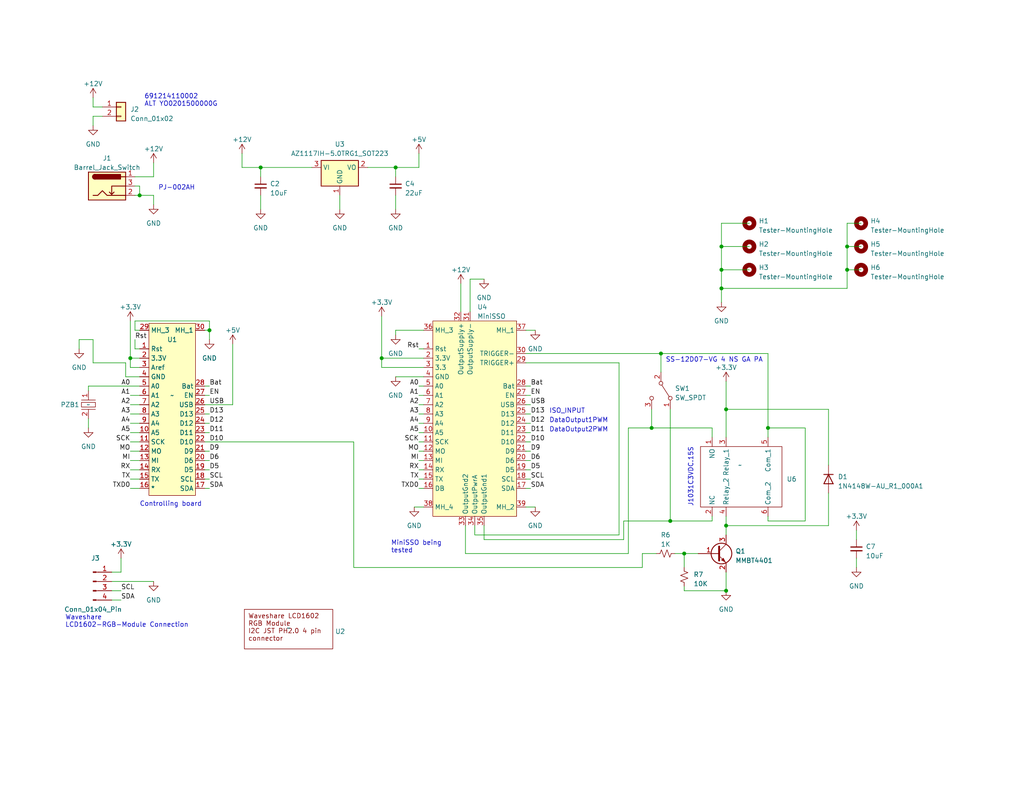
<source format=kicad_sch>
(kicad_sch (version 20230121) (generator eeschema)
  (paper "USLetter")
  (title_block (title "MiniSSO Tester") (date "2023-04-28") (company "Department of Alchemy") (comment 1 "Designed by: Jesse Peterson"))
  (lib_symbols
    (symbol "Connector:Barrel_Jack_Switch" (pin_names hide)
      (property "Reference" "J" (at 0 5.334 0))
      (property "Value" "Barrel_Jack_Switch" (at 0 -5.08 0))
      (symbol "Barrel_Jack_Switch_0_1"
        (rectangle (start -5.08 3.81) (end 5.08 -3.81) (stroke (width 0.254)) (fill (type background)))
        (arc (start -3.302 3.175) (mid -3.9343 2.54) (end -3.302 1.905) (stroke (width 0.254)))
        (arc (start -3.302 3.175) (mid -3.9343 2.54) (end -3.302 1.905) (stroke (width 0.254)) (fill (type outline)))
        (polyline (pts (xy 1.27 -2.286) (xy 1.905 -1.651)) (stroke (width 0.254)))
        (polyline (pts (xy 5.08 2.54) (xy 3.81 2.54)) (stroke (width 0.254)))
        (polyline (pts (xy 5.08 0) (xy 1.27 0) (xy 1.27 -2.286) (xy 0.635 -1.651)) (stroke (width 0.254)))
        (polyline (pts (xy -3.81 -2.54) (xy -2.54 -2.54) (xy -1.27 -1.27) (xy 0 -2.54) (xy 2.54 -2.54) (xy 5.08 -2.54)) (stroke (width 0.254)))
        (rectangle (start 3.683 3.175) (end -3.302 1.905) (stroke (width 0.254)) (fill (type outline)))
      )
      (symbol "Barrel_Jack_Switch_1_1"
        (pin passive line (at 7.62 2.54 180) (length 2.54) (name "~") (number "1"))
        (pin passive line (at 7.62 -2.54 180) (length 2.54) (name "~") (number "2"))
        (pin passive line (at 7.62 0 180) (length 2.54) (name "~") (number "3"))
      )
    )
    (symbol "Connector:Conn_01x04_Pin" (pin_names (offset 1.016) hide)
      (property "Reference" "J" (at 0 5.08 0))
      (property "Value" "Conn_01x04_Pin" (at 0 -7.62 0))
      (symbol "Conn_01x04_Pin_1_1"
        (polyline (pts (xy 1.27 -5.08) (xy 0.8636 -5.08)) (stroke (width 0.1524)))
        (polyline (pts (xy 1.27 -2.54) (xy 0.8636 -2.54)) (stroke (width 0.1524)))
        (polyline (pts (xy 1.27 0) (xy 0.8636 0)) (stroke (width 0.1524)))
        (polyline (pts (xy 1.27 2.54) (xy 0.8636 2.54)) (stroke (width 0.1524)))
        (rectangle (start 0.8636 -4.953) (end 0 -5.207) (stroke (width 0.1524)) (fill (type outline)))
        (rectangle (start 0.8636 -2.413) (end 0 -2.667) (stroke (width 0.1524)) (fill (type outline)))
        (rectangle (start 0.8636 0.127) (end 0 -0.127) (stroke (width 0.1524)) (fill (type outline)))
        (rectangle (start 0.8636 2.667) (end 0 2.413) (stroke (width 0.1524)) (fill (type outline)))
        (pin passive line (at 5.08 2.54 180) (length 3.81) (name "Pin_1") (number "1"))
        (pin passive line (at 5.08 0 180) (length 3.81) (name "Pin_2") (number "2"))
        (pin passive line (at 5.08 -2.54 180) (length 3.81) (name "Pin_3") (number "3"))
        (pin passive line (at 5.08 -5.08 180) (length 3.81) (name "Pin_4") (number "4"))
      )
    )
    (symbol "Connector_Generic:Conn_01x02" (pin_names (offset 1.016) hide)
      (property "Reference" "J" (at 0 2.54 0))
      (property "Value" "Conn_01x02" (at 0 -5.08 0))
      (symbol "Conn_01x02_1_1"
        (rectangle (start -1.27 -2.413) (end 0 -2.667) (stroke (width 0.1524)))
        (rectangle (start -1.27 0.127) (end 0 -0.127) (stroke (width 0.1524)))
        (rectangle (start -1.27 1.27) (end 1.27 -3.81) (stroke (width 0.254)) (fill (type background)))
        (pin passive line (at -5.08 0 0) (length 3.81) (name "Pin_1") (number "1"))
        (pin passive line (at -5.08 -2.54 0) (length 3.81) (name "Pin_2") (number "2"))
      )
    )
    (symbol "Department of Alchemy:AdafruitFeather"
      (property "Reference" "U" (at 0 6.35 0))
      (symbol "AdafruitFeather_1_1"
        (rectangle (start -6.35 26.035) (end 6.35 -20.955) (fill (type background)))
        (pin input line (at -8.89 19.05 0) (length 2.54) (name "Rst") (number "1"))
        (pin bidirectional line (at -8.89 -3.81 0) (length 2.54) (name "A5") (number "10"))
        (pin bidirectional line (at -8.89 -6.35 0) (length 2.54) (name "SCK") (number "11"))
        (pin bidirectional line (at -8.89 -8.89 0) (length 2.54) (name "MO") (number "12"))
        (pin bidirectional line (at -8.89 -11.43 0) (length 2.54) (name "MI") (number "13"))
        (pin bidirectional line (at -8.89 -13.97 0) (length 2.54) (name "RX") (number "14"))
        (pin bidirectional line (at -8.89 -16.51 0) (length 2.54) (name "TX") (number "15"))
        (pin bidirectional line (at -8.89 -19.05 0) (length 2.54) (name "*") (number "16"))
        (pin bidirectional line (at 8.89 -19.05 180) (length 2.54) (name "SDA") (number "17"))
        (pin bidirectional line (at 8.89 -16.51 180) (length 2.54) (name "SCL") (number "18"))
        (pin bidirectional line (at 8.89 -13.97 180) (length 2.54) (name "D5") (number "19"))
        (pin input line (at -8.89 16.51 0) (length 2.54) (name "3.3V") (number "2"))
        (pin bidirectional line (at 8.89 -11.43 180) (length 2.54) (name "D6") (number "20"))
        (pin bidirectional line (at 8.89 -8.89 180) (length 2.54) (name "D9") (number "21"))
        (pin bidirectional line (at 8.89 -6.35 180) (length 2.54) (name "D10") (number "22"))
        (pin bidirectional line (at 8.89 -3.81 180) (length 2.54) (name "D11") (number "23"))
        (pin bidirectional line (at 8.89 -1.27 180) (length 2.54) (name "D12") (number "24"))
        (pin bidirectional line (at 8.89 1.27 180) (length 2.54) (name "D13") (number "25"))
        (pin input line (at 8.89 3.81 180) (length 2.54) (name "USB") (number "26"))
        (pin input line (at 8.89 6.35 180) (length 2.54) (name "EN") (number "27"))
        (pin input line (at 8.89 8.89 180) (length 2.54) (name "Bat") (number "28"))
        (pin input line (at -8.89 24.13 0) (length 2.54) (name "MH_3") (number "29"))
        (pin input line (at -8.89 13.97 0) (length 2.54) (name "Aref") (number "3"))
        (pin input line (at 8.89 24.13 180) (length 2.54) (name "MH_1") (number "30"))
        (pin input line (at -8.89 11.43 0) (length 2.54) (name "GND") (number "4"))
        (pin bidirectional line (at -8.89 8.89 0) (length 2.54) (name "A0") (number "5"))
        (pin bidirectional line (at -8.89 6.35 0) (length 2.54) (name "A1") (number "6"))
        (pin bidirectional line (at -8.89 3.81 0) (length 2.54) (name "A2") (number "7"))
        (pin bidirectional line (at -8.89 1.27 0) (length 2.54) (name "A3") (number "8"))
        (pin bidirectional line (at -8.89 -1.27 0) (length 2.54) (name "A4") (number "9"))
      )
    )
    (symbol "Department of Alchemy:J1031C3VDC.15S"
      (property "Reference" "U" (at 13.335 0 0))
      (symbol "J1031C3VDC.15S_0_1"
        (rectangle (start -10.795 7.62) (end 11.43 -8.89))
      )
      (symbol "J1031C3VDC.15S_1_1"
        (pin power_in line (at -7.62 10.16 270) (length 2.54) (name "NO") (number "1"))
        (pin power_in line (at -7.62 -11.43 90) (length 2.54) (name "NC") (number "2"))
        (pin power_in line (at -3.81 10.16 270) (length 2.54) (name "Relay_1") (number "3"))
        (pin power_in line (at -3.81 -11.43 90) (length 2.54) (name "Relay_2") (number "4"))
        (pin power_in line (at 7.62 10.16 270) (length 2.54) (name "Com_1") (number "5"))
        (pin power_in line (at 7.62 -11.43 90) (length 2.54) (name "Com_2") (number "6"))
      )
    )
    (symbol "Department of Alchemy:MiniSSO"
      (property "Reference" "U" (at 0 6.35 0))
      (property "Value" "MiniSSO" (at 0 3.81 0))
      (symbol "MiniSSO_1_1"
        (rectangle (start -11.43 26.67) (end 11.43 -26.67) (fill (type background)))
        (pin input line (at -13.97 19.05 0) (length 2.54) (name "Rst") (number "1"))
        (pin bidirectional line (at -13.97 -3.81 0) (length 2.54) (name "A5") (number "10"))
        (pin bidirectional line (at -13.97 -6.35 0) (length 2.54) (name "SCK") (number "11"))
        (pin bidirectional line (at -13.97 -8.89 0) (length 2.54) (name "MO") (number "12"))
        (pin bidirectional line (at -13.97 -11.43 0) (length 2.54) (name "MI") (number "13"))
        (pin bidirectional line (at -13.97 -13.97 0) (length 2.54) (name "RX") (number "14"))
        (pin bidirectional line (at -13.97 -16.51 0) (length 2.54) (name "TX") (number "15"))
        (pin bidirectional line (at -13.97 -19.05 0) (length 2.54) (name "DB") (number "16"))
        (pin bidirectional line (at 13.97 -19.05 180) (length 2.54) (name "SDA") (number "17"))
        (pin bidirectional line (at 13.97 -16.51 180) (length 2.54) (name "SCL") (number "18"))
        (pin bidirectional line (at 13.97 -13.97 180) (length 2.54) (name "D5") (number "19"))
        (pin power_in line (at -13.97 16.51 0) (length 2.54) (name "3.3V") (number "2"))
        (pin bidirectional line (at 13.97 -11.43 180) (length 2.54) (name "D6") (number "20"))
        (pin bidirectional line (at 13.97 -8.89 180) (length 2.54) (name "D9") (number "21"))
        (pin bidirectional line (at 13.97 -6.35 180) (length 2.54) (name "D10") (number "22"))
        (pin bidirectional line (at 13.97 -3.81 180) (length 2.54) (name "D11") (number "23"))
        (pin bidirectional line (at 13.97 -1.27 180) (length 2.54) (name "D12") (number "24"))
        (pin bidirectional line (at 13.97 1.27 180) (length 2.54) (name "D13") (number "25"))
        (pin power_in line (at 13.97 3.81 180) (length 2.54) (name "USB") (number "26"))
        (pin input line (at 13.97 6.35 180) (length 2.54) (name "EN") (number "27"))
        (pin power_in line (at 13.97 8.89 180) (length 2.54) (name "Bat") (number "28"))
        (pin power_in line (at 13.97 15.24 180) (length 2.54) (name "TRIGGER+") (number "29"))
        (pin power_in line (at -13.97 13.97 0) (length 2.54) (name "3.3") (number "3"))
        (pin power_in line (at 13.97 17.78 180) (length 2.54) (name "TRIGGER-") (number "30"))
        (pin power_in line (at -1.27 29.21 270) (length 2.54) (name "OutputSupply-") (number "31"))
        (pin power_in line (at -3.81 29.21 270) (length 2.54) (name "OutputSupply+") (number "32"))
        (pin power_in line (at -2.54 -29.21 90) (length 2.54) (name "OutputGnd2") (number "33"))
        (pin power_in line (at 0 -29.21 90) (length 2.54) (name "OutputPwrA") (number "34"))
        (pin power_in line (at 2.54 -29.21 90) (length 2.54) (name "OutputGnd1") (number "35"))
        (pin power_in line (at -13.97 24.13 0) (length 2.54) (name "MH_3") (number "36"))
        (pin power_in line (at 13.97 24.13 180) (length 2.54) (name "MH_1") (number "37"))
        (pin power_in line (at -13.97 -24.13 0) (length 2.54) (name "MH_4") (number "38"))
        (pin power_in line (at 13.97 -24.13 180) (length 2.54) (name "MH_2") (number "39"))
        (pin power_in line (at -13.97 11.43 0) (length 2.54) (name "GND") (number "4"))
        (pin bidirectional line (at -13.97 8.89 0) (length 2.54) (name "A0") (number "5"))
        (pin bidirectional line (at -13.97 6.35 0) (length 2.54) (name "A1") (number "6"))
        (pin bidirectional line (at -13.97 3.81 0) (length 2.54) (name "A2") (number "7"))
        (pin bidirectional line (at -13.97 1.27 0) (length 2.54) (name "A3") (number "8"))
        (pin bidirectional line (at -13.97 -1.27 0) (length 2.54) (name "A4") (number "9"))
      )
    )
    (symbol "Department of Alchemy:Piezoelectric_Buzzer"
      (property "Reference" "PZB" (at 4.445 0 0))
      (symbol "Piezoelectric_Buzzer_0_1"
        (rectangle (start -1.905 0.635) (end 1.905 -0.635))
        (polyline (pts (xy -1.905 -1.27) (xy 1.905 -1.27)))
        (polyline (pts (xy -1.905 1.27) (xy 1.905 1.27)))
      )
      (symbol "Piezoelectric_Buzzer_1_1"
        (pin input line (at 0 3.81 270) (length 2.54) (name "") (number "1"))
        (pin input line (at 0 -3.81 90) (length 2.54) (name "") (number "2"))
      )
    )
    (symbol "Department of Alchemy:Waveshare_LCD1602_RGB_Module"
      (property "Reference" "U" (at 0 -7.62 0))
      (symbol "Waveshare_LCD1602_RGB_Module_1_1"
        (text_box "Waveshare LCD1602 RGB Module\nI2C JST PH2.0 4 pin connector" (at -12.065 5.08 0) (size 24.13 -10.795) (effects (font (size 1.27 1.27)) (justify left top)))
      )
    )
    (symbol "Device:C_Small" (pin_numbers hide) (pin_names (offset 0.254) hide)
      (property "Reference" "C" (at 0.254 1.778 0))
      (property "Value" "C_Small" (at 0.254 -2.032 0))
      (symbol "C_Small_0_1"
        (polyline (pts (xy -1.524 -0.508) (xy 1.524 -0.508)) (stroke (width 0.3302)))
        (polyline (pts (xy -1.524 0.508) (xy 1.524 0.508)) (stroke (width 0.3048)))
      )
      (symbol "C_Small_1_1"
        (pin passive line (at 0 2.54 270) (length 2.032) (name "~") (number "1"))
        (pin passive line (at 0 -2.54 90) (length 2.032) (name "~") (number "2"))
      )
    )
    (symbol "Device:D" (pin_numbers hide) (pin_names (offset 1.016) hide)
      (property "Reference" "D" (at 0 2.54 0))
      (property "Value" "D" (at 0 -2.54 0))
      (symbol "D_0_1"
        (polyline (pts (xy -1.27 1.27) (xy -1.27 -1.27)) (stroke (width 0.254)))
        (polyline (pts (xy 1.27 0) (xy -1.27 0)))
        (polyline (pts (xy 1.27 1.27) (xy 1.27 -1.27) (xy -1.27 0) (xy 1.27 1.27)) (stroke (width 0.254)))
      )
      (symbol "D_1_1"
        (pin passive line (at -3.81 0 0) (length 2.54) (name "K") (number "1"))
        (pin passive line (at 3.81 0 180) (length 2.54) (name "A") (number "2"))
      )
    )
    (symbol "Device:Q_NPN_BEC" (pin_names (offset 0) hide)
      (property "Reference" "Q" (at 5.08 1.27 0))
      (property "Value" "Q_NPN_BEC" (at 5.08 -1.27 0))
      (symbol "Q_NPN_BEC_0_1"
        (polyline (pts (xy 0.635 0.635) (xy 2.54 2.54)))
        (polyline (pts (xy 0.635 -0.635) (xy 2.54 -2.54) (xy 2.54 -2.54)))
        (polyline (pts (xy 0.635 1.905) (xy 0.635 -1.905) (xy 0.635 -1.905)) (stroke (width 0.508)))
        (polyline (pts (xy 1.27 -1.778) (xy 1.778 -1.27) (xy 2.286 -2.286) (xy 1.27 -1.778) (xy 1.27 -1.778)) (fill (type outline)))
        (circle (center 1.27 0) (radius 2.8194) (stroke (width 0.254)))
      )
      (symbol "Q_NPN_BEC_1_1"
        (pin input line (at -5.08 0 0) (length 5.715) (name "B") (number "1"))
        (pin passive line (at 2.54 -5.08 90) (length 2.54) (name "E") (number "2"))
        (pin passive line (at 2.54 5.08 270) (length 2.54) (name "C") (number "3"))
      )
    )
    (symbol "Device:R_Small_US" (pin_numbers hide) (pin_names (offset 0.254) hide)
      (property "Reference" "R" (at 0.762 0.508 0))
      (property "Value" "R_Small_US" (at 0.762 -1.016 0))
      (symbol "R_Small_US_1_1"
        (polyline (pts (xy 0 0) (xy 1.016 -0.381) (xy 0 -0.762) (xy -1.016 -1.143) (xy 0 -1.524)))
        (polyline (pts (xy 0 1.524) (xy 1.016 1.143) (xy 0 0.762) (xy -1.016 0.381) (xy 0 0)))
        (pin passive line (at 0 2.54 270) (length 1.016) (name "~") (number "1"))
        (pin passive line (at 0 -2.54 90) (length 1.016) (name "~") (number "2"))
      )
    )
    (symbol "Mechanical:MountingHole" (pin_names (offset 1.016))
      (property "Reference" "H" (at 0 5.08 0))
      (property "Value" "MountingHole" (at 0 3.175 0))
      (symbol "MountingHole_0_1"
        (circle (center 0 0) (radius 1.27) (stroke (width 1.27)))
      )
    )
    (symbol "Regulator_Linear:NCP1117-5.0_SOT223"
      (property "Reference" "U" (at -3.81 3.175 0))
      (property "Value" "NCP1117-5.0_SOT223" (at 0 3.175 0))
      (symbol "NCP1117-5.0_SOT223_0_1"
        (rectangle (start -5.08 -5.08) (end 5.08 1.905) (stroke (width 0.254)) (fill (type background)))
      )
      (symbol "NCP1117-5.0_SOT223_1_1"
        (pin power_in line (at 0 -7.62 90) (length 2.54) (name "GND") (number "1"))
        (pin power_out line (at 7.62 0 180) (length 2.54) (name "VO") (number "2"))
        (pin power_in line (at -7.62 0 0) (length 2.54) (name "VI") (number "3"))
      )
    )
    (symbol "Switch:SW_SPDT" (pin_names (offset 0) hide)
      (property "Reference" "SW" (at 0 4.318 0))
      (property "Value" "SW_SPDT" (at 0 -5.08 0))
      (symbol "SW_SPDT_0_0"
        (circle (center -2.032 0) (radius 0.508))
        (circle (center 2.032 -2.54) (radius 0.508))
      )
      (symbol "SW_SPDT_0_1"
        (polyline (pts (xy -1.524 0.254) (xy 1.651 2.286)))
        (circle (center 2.032 2.54) (radius 0.508))
      )
      (symbol "SW_SPDT_1_1"
        (pin passive line (at 5.08 2.54 180) (length 2.54) (name "A") (number "1"))
        (pin passive line (at -5.08 0 0) (length 2.54) (name "B") (number "2"))
        (pin passive line (at 5.08 -2.54 180) (length 2.54) (name "C") (number "3"))
      )
    )
    (symbol "power:+12V" (power) (pin_names (offset 0))
      (property "Value" "+12V" (at 0 3.556 0))
      (symbol "+12V_0_1"
        (polyline (pts (xy -0.762 1.27) (xy 0 2.54)))
        (polyline (pts (xy 0 0) (xy 0 2.54)))
        (polyline (pts (xy 0 2.54) (xy 0.762 1.27)))
      )
      (symbol "+12V_1_1"
        (pin power_in line (at 0 0 90) (length 0) hide (name "+12V") (number "1"))
      )
    )
    (symbol "power:+3.3V" (power) (pin_names (offset 0))
      (property "Value" "+3.3V" (at 0 3.556 0))
      (symbol "+3.3V_0_1"
        (polyline (pts (xy -0.762 1.27) (xy 0 2.54)))
        (polyline (pts (xy 0 0) (xy 0 2.54)))
        (polyline (pts (xy 0 2.54) (xy 0.762 1.27)))
      )
      (symbol "+3.3V_1_1"
        (pin power_in line (at 0 0 90) (length 0) hide (name "+3.3V") (number "1"))
      )
    )
    (symbol "power:+5V" (power) (pin_names (offset 0))
      (property "Value" "+5V" (at 0 3.556 0))
      (symbol "+5V_0_1"
        (polyline (pts (xy -0.762 1.27) (xy 0 2.54)))
        (polyline (pts (xy 0 0) (xy 0 2.54)))
        (polyline (pts (xy 0 2.54) (xy 0.762 1.27)))
      )
      (symbol "+5V_1_1"
        (pin power_in line (at 0 0 90) (length 0) hide (name "+5V") (number "1"))
      )
    )
    (symbol "power:GND" (power) (pin_names (offset 0))
      (property "Value" "GND" (at 0 -3.81 0))
      (symbol "GND_0_1"
        (polyline (pts (xy 0 0) (xy 0 -1.27) (xy 1.27 -1.27) (xy 0 -2.54) (xy -1.27 -1.27) (xy 0 -1.27)))
      )
      (symbol "GND_1_1"
        (pin power_in line (at 0 0 270) (length 0) hide (name "GND") (number "1"))
      )
    )
  )
  (junction (at 209.55 116.84))
  (junction (at 71.12 45.72))
  (junction (at 107.95 45.72))
  (junction (at 231.14 73.66))
  (junction (at 198.12 161.29))
  (junction (at 231.14 67.31))
  (junction (at 198.12 143.51))
  (junction (at 57.15 90.17))
  (junction (at 196.85 78.74))
  (junction (at 180.34 96.52))
  (junction (at 177.8 116.84))
  (junction (at 196.85 73.66))
  (junction (at 182.88 142.24))
  (junction (at 35.56 97.79))
  (junction (at 38.1 53.34))
  (junction (at 198.12 111.76))
  (junction (at 186.69 151.13))
  (junction (at 196.85 67.31))
  (junction (at 104.14 97.79))
  (wire (pts (xy 209.55 116.84) (xy 209.55 96.52)))
  (wire (pts (xy 209.55 140.97) (xy 209.55 142.24)))
  (wire (pts (xy 35.56 123.19) (xy 38.1 123.19)))
  (wire (pts (xy 30.48 161.29) (xy 33.02 161.29)))
  (wire (pts (xy 196.85 73.66) (xy 204.47 73.66)))
  (wire (pts (xy 143.51 123.19) (xy 144.78 123.19)))
  (wire (pts (xy 57.15 87.63) (xy 57.15 90.17)))
  (wire (pts (xy 209.55 142.24) (xy 219.71 142.24)))
  (wire (pts (xy 107.95 45.72) (xy 100.33 45.72)))
  (wire (pts (xy 55.88 128.27) (xy 57.15 128.27)))
  (wire (pts (xy 25.4 34.29) (xy 25.4 31.75)))
  (wire (pts (xy 143.51 90.17) (xy 146.05 90.17)))
  (wire (pts (xy 196.85 73.66) (xy 196.85 78.74)))
  (wire (pts (xy 128.27 76.2) (xy 132.08 76.2)))
  (wire (pts (xy 35.56 110.49) (xy 38.1 110.49)))
  (wire (pts (xy 226.06 127) (xy 226.06 111.76)))
  (wire (pts (xy 186.69 151.13) (xy 190.5 151.13)))
  (wire (pts (xy 25.4 29.21) (xy 27.94 29.21)))
  (wire (pts (xy 38.1 50.8) (xy 38.1 53.34)))
  (wire (pts (xy 114.3 105.41) (xy 115.57 105.41)))
  (wire (pts (xy 63.5 110.49) (xy 63.5 93.98)))
  (wire (pts (xy 34.29 99.06) (xy 25.4 99.06)))
  (wire (pts (xy 231.14 60.96) (xy 231.14 67.31)))
  (wire (pts (xy 107.95 102.87) (xy 115.57 102.87)))
  (wire (pts (xy 209.55 116.84) (xy 209.55 119.38)))
  (wire (pts (xy 107.95 53.34) (xy 107.95 57.15)))
  (wire (pts (xy 55.88 115.57) (xy 57.15 115.57)))
  (wire (pts (xy 196.85 60.96) (xy 196.85 67.31)))
  (wire (pts (xy 35.56 97.79) (xy 38.1 97.79)))
  (wire (pts (xy 71.12 45.72) (xy 71.12 48.26)))
  (wire (pts (xy 36.83 87.63) (xy 57.15 87.63)))
  (wire (pts (xy 55.88 118.11) (xy 57.15 118.11)))
  (wire (pts (xy 24.13 114.3) (xy 24.13 116.84)))
  (wire (pts (xy 177.8 116.84) (xy 194.31 116.84)))
  (wire (pts (xy 21.59 92.71) (xy 21.59 95.25)))
  (wire (pts (xy 55.88 123.19) (xy 57.15 123.19)))
  (wire (pts (xy 57.15 90.17) (xy 57.15 92.71)))
  (wire (pts (xy 168.91 99.06) (xy 143.51 99.06)))
  (wire (pts (xy 25.4 99.06) (xy 25.4 92.71)))
  (wire (pts (xy 55.88 110.49) (xy 63.5 110.49)))
  (wire (pts (xy 198.12 156.21) (xy 198.12 161.29)))
  (wire (pts (xy 196.85 78.74) (xy 196.85 82.55)))
  (wire (pts (xy 25.4 92.71) (xy 21.59 92.71)))
  (wire (pts (xy 36.83 48.26) (xy 41.91 48.26)))
  (wire (pts (xy 186.69 151.13) (xy 186.69 154.94)))
  (wire (pts (xy 113.03 138.43) (xy 115.57 138.43)))
  (wire (pts (xy 55.88 130.81) (xy 57.15 130.81)))
  (wire (pts (xy 36.83 90.17) (xy 36.83 87.63)))
  (wire (pts (xy 182.88 111.76) (xy 182.88 142.24)))
  (wire (pts (xy 143.51 125.73) (xy 144.78 125.73)))
  (wire (pts (xy 143.51 118.11) (xy 144.78 118.11)))
  (wire (pts (xy 114.3 95.25) (xy 115.57 95.25)))
  (wire (pts (xy 143.51 107.95) (xy 144.78 107.95)))
  (wire (pts (xy 196.85 67.31) (xy 196.85 73.66)))
  (wire (pts (xy 66.04 45.72) (xy 71.12 45.72)))
  (wire (pts (xy 35.56 128.27) (xy 38.1 128.27)))
  (wire (pts (xy 41.91 48.26) (xy 41.91 44.45)))
  (wire (pts (xy 35.56 97.79) (xy 35.56 87.63)))
  (wire (pts (xy 209.55 96.52) (xy 180.34 96.52)))
  (wire (pts (xy 35.56 130.81) (xy 38.1 130.81)))
  (wire (pts (xy 55.88 105.41) (xy 57.15 105.41)))
  (wire (pts (xy 107.95 91.44) (xy 107.95 90.17)))
  (wire (pts (xy 107.95 45.72) (xy 107.95 48.26)))
  (wire (pts (xy 114.3 123.19) (xy 115.57 123.19)))
  (wire (pts (xy 143.51 110.49) (xy 144.78 110.49)))
  (wire (pts (xy 143.51 138.43) (xy 146.05 138.43)))
  (wire (pts (xy 143.51 105.41) (xy 144.78 105.41)))
  (wire (pts (xy 231.14 73.66) (xy 231.14 78.74)))
  (wire (pts (xy 92.71 53.34) (xy 92.71 57.15)))
  (wire (pts (xy 114.3 133.35) (xy 115.57 133.35)))
  (wire (pts (xy 168.91 146.05) (xy 168.91 99.06)))
  (wire (pts (xy 33.02 156.21) (xy 33.02 152.4)))
  (wire (pts (xy 41.91 53.34) (xy 38.1 53.34)))
  (wire (pts (xy 71.12 45.72) (xy 85.09 45.72)))
  (wire (pts (xy 104.14 86.36) (xy 104.14 97.79)))
  (wire (pts (xy 129.54 143.51) (xy 129.54 146.05)))
  (wire (pts (xy 30.48 156.21) (xy 33.02 156.21)))
  (wire (pts (xy 114.3 130.81) (xy 115.57 130.81)))
  (wire (pts (xy 127 151.13) (xy 127 143.51)))
  (wire (pts (xy 233.68 144.78) (xy 233.68 147.32)))
  (wire (pts (xy 175.26 154.94) (xy 96.52 154.94)))
  (wire (pts (xy 132.08 147.32) (xy 170.18 147.32)))
  (wire (pts (xy 186.69 161.29) (xy 198.12 161.29)))
  (wire (pts (xy 114.3 113.03) (xy 115.57 113.03)))
  (wire (pts (xy 35.56 118.11) (xy 38.1 118.11)))
  (wire (pts (xy 38.1 53.34) (xy 36.83 53.34)))
  (wire (pts (xy 231.14 78.74) (xy 196.85 78.74)))
  (wire (pts (xy 55.88 125.73) (xy 57.15 125.73)))
  (wire (pts (xy 143.51 128.27) (xy 144.78 128.27)))
  (wire (pts (xy 96.52 154.94) (xy 96.52 120.65)))
  (wire (pts (xy 41.91 55.88) (xy 41.91 53.34)))
  (wire (pts (xy 35.56 113.03) (xy 38.1 113.03)))
  (wire (pts (xy 198.12 143.51) (xy 198.12 146.05)))
  (wire (pts (xy 143.51 120.65) (xy 144.78 120.65)))
  (wire (pts (xy 38.1 100.33) (xy 35.56 100.33)))
  (wire (pts (xy 231.14 67.31) (xy 231.14 73.66)))
  (wire (pts (xy 198.12 140.97) (xy 198.12 143.51)))
  (wire (pts (xy 114.3 128.27) (xy 115.57 128.27)))
  (wire (pts (xy 129.54 146.05) (xy 168.91 146.05)))
  (wire (pts (xy 114.3 45.72) (xy 107.95 45.72)))
  (wire (pts (xy 175.26 151.13) (xy 175.26 154.94)))
  (wire (pts (xy 30.48 163.83) (xy 33.02 163.83)))
  (wire (pts (xy 35.56 125.73) (xy 38.1 125.73)))
  (wire (pts (xy 55.88 113.03) (xy 57.15 113.03)))
  (wire (pts (xy 171.45 116.84) (xy 177.8 116.84)))
  (wire (pts (xy 180.34 96.52) (xy 143.51 96.52)))
  (wire (pts (xy 30.48 158.75) (xy 41.91 158.75)))
  (wire (pts (xy 35.56 100.33) (xy 35.56 97.79)))
  (wire (pts (xy 226.06 143.51) (xy 198.12 143.51)))
  (wire (pts (xy 226.06 134.62) (xy 226.06 143.51)))
  (wire (pts (xy 198.12 111.76) (xy 198.12 119.38)))
  (wire (pts (xy 55.88 120.65) (xy 96.52 120.65)))
  (wire (pts (xy 35.56 115.57) (xy 38.1 115.57)))
  (wire (pts (xy 114.3 118.11) (xy 115.57 118.11)))
  (wire (pts (xy 231.14 73.66) (xy 234.95 73.66)))
  (wire (pts (xy 132.08 147.32) (xy 132.08 143.51)))
  (wire (pts (xy 226.06 111.76) (xy 198.12 111.76)))
  (wire (pts (xy 114.3 107.95) (xy 115.57 107.95)))
  (wire (pts (xy 184.15 151.13) (xy 186.69 151.13)))
  (wire (pts (xy 143.51 113.03) (xy 144.78 113.03)))
  (wire (pts (xy 186.69 160.02) (xy 186.69 161.29)))
  (wire (pts (xy 125.73 85.09) (xy 125.73 77.47)))
  (wire (pts (xy 143.51 133.35) (xy 144.78 133.35)))
  (wire (pts (xy 104.14 97.79) (xy 115.57 97.79)))
  (wire (pts (xy 170.18 147.32) (xy 170.18 142.24)))
  (wire (pts (xy 107.95 90.17) (xy 115.57 90.17)))
  (wire (pts (xy 231.14 67.31) (xy 234.95 67.31)))
  (wire (pts (xy 177.8 111.76) (xy 177.8 116.84)))
  (wire (pts (xy 34.29 102.87) (xy 34.29 99.06)))
  (wire (pts (xy 66.04 41.91) (xy 66.04 45.72)))
  (wire (pts (xy 24.13 105.41) (xy 24.13 106.68)))
  (wire (pts (xy 114.3 120.65) (xy 115.57 120.65)))
  (wire (pts (xy 114.3 110.49) (xy 115.57 110.49)))
  (wire (pts (xy 171.45 151.13) (xy 171.45 116.84)))
  (wire (pts (xy 57.15 90.17) (xy 55.88 90.17)))
  (wire (pts (xy 38.1 90.17) (xy 36.83 90.17)))
  (wire (pts (xy 128.27 85.09) (xy 128.27 76.2)))
  (wire (pts (xy 36.83 95.25) (xy 38.1 95.25)))
  (wire (pts (xy 35.56 120.65) (xy 38.1 120.65)))
  (wire (pts (xy 143.51 130.81) (xy 144.78 130.81)))
  (wire (pts (xy 194.31 116.84) (xy 194.31 119.38)))
  (wire (pts (xy 36.83 95.25) (xy 36.83 92.71)))
  (wire (pts (xy 219.71 116.84) (xy 209.55 116.84)))
  (wire (pts (xy 55.88 133.35) (xy 57.15 133.35)))
  (wire (pts (xy 36.83 50.8) (xy 38.1 50.8)))
  (wire (pts (xy 114.3 41.91) (xy 114.3 45.72)))
  (wire (pts (xy 198.12 104.14) (xy 198.12 111.76)))
  (wire (pts (xy 35.56 133.35) (xy 38.1 133.35)))
  (wire (pts (xy 104.14 100.33) (xy 104.14 97.79)))
  (wire (pts (xy 115.57 100.33) (xy 104.14 100.33)))
  (wire (pts (xy 180.34 96.52) (xy 180.34 101.6)))
  (wire (pts (xy 196.85 67.31) (xy 204.47 67.31)))
  (wire (pts (xy 114.3 115.57) (xy 115.57 115.57)))
  (wire (pts (xy 182.88 142.24) (xy 194.31 142.24)))
  (wire (pts (xy 233.68 152.4) (xy 233.68 154.94)))
  (wire (pts (xy 234.95 60.96) (xy 231.14 60.96)))
  (wire (pts (xy 25.4 26.67) (xy 25.4 29.21)))
  (wire (pts (xy 194.31 142.24) (xy 194.31 140.97)))
  (wire (pts (xy 204.47 60.96) (xy 196.85 60.96)))
  (wire (pts (xy 55.88 107.95) (xy 57.15 107.95)))
  (wire (pts (xy 171.45 151.13) (xy 127 151.13)))
  (wire (pts (xy 24.13 105.41) (xy 38.1 105.41)))
  (wire (pts (xy 170.18 142.24) (xy 182.88 142.24)))
  (wire (pts (xy 219.71 142.24) (xy 219.71 116.84)))
  (wire (pts (xy 143.51 115.57) (xy 144.78 115.57)))
  (wire (pts (xy 38.1 102.87) (xy 34.29 102.87)))
  (wire (pts (xy 179.07 151.13) (xy 175.26 151.13)))
  (wire (pts (xy 35.56 107.95) (xy 38.1 107.95)))
  (wire (pts (xy 114.3 125.73) (xy 115.57 125.73)))
  (wire (pts (xy 25.4 31.75) (xy 27.94 31.75)))
  (wire (pts (xy 71.12 53.34) (xy 71.12 57.15)))
  (text "J1031C3VDC.15S" (at 189.23 138.43 90) (effects (font (size 1.27 1.27)) (justify left bottom)))
  (text "PJ-002AH" (at 43.18 52.07 0) (effects (font (size 1.27 1.27)) (justify left bottom)))
  (text "DataOutput1PWM" (at 149.86 115.57 0) (effects (font (size 1.27 1.27)) (justify left bottom)))
  (text "Controlling board" (at 38.1 138.43 0) (effects (font (size 1.27 1.27)) (justify left bottom)))
  (text "ISO_INPUT" (at 149.86 113.03 0) (effects (font (size 1.27 1.27)) (justify left bottom)))
  (text "DataOutput2PWM" (at 149.86 118.11 0) (effects (font (size 1.27 1.27)) (justify left bottom)))
  (text "SS-12D07-VG 4 NS GA PA" (at 181.61 99.06 0) (effects (font (size 1.27 1.27)) (justify left bottom)))
  (text "691214110002\nALT YO0201500000G" (at 39.37 29.21 0) (effects (font (size 1.27 1.27)) (justify left bottom)))
  (text "MiniSSO being\ntested" (at 106.68 151.13 0) (effects (font (size 1.27 1.27)) (justify left bottom)))
  (text "Waveshare\nLCD1602-RGB-Module Connection" (at 17.78 171.45 0) (effects (font (size 1.27 1.27)) (justify left bottom)))
  (label "A4" (at 114.3 115.57 180))
  (label "A1" (at 35.56 107.95 180))
  (label "D13" (at 57.15 113.03 0))
  (label "D6" (at 57.15 125.73 0))
  (label "D11" (at 57.15 118.11 0))
  (label "Rst" (at 36.83 92.71 0))
  (label "TXD0" (at 114.3 133.35 180))
  (label "D9" (at 57.15 123.19 0))
  (label "TX" (at 114.3 130.81 180))
  (label "A5" (at 114.3 118.11 180))
  (label "D10" (at 57.15 120.65 0))
  (label "RX" (at 114.3 128.27 180))
  (label "D6" (at 144.78 125.73 0))
  (label "D5" (at 144.78 128.27 0))
  (label "A4" (at 35.56 115.57 180))
  (label "D13" (at 144.78 113.03 0))
  (label "SCK" (at 114.3 120.65 180))
  (label "Bat" (at 144.78 105.41 0))
  (label "A3" (at 114.3 113.03 180))
  (label "SDA" (at 144.78 133.35 0))
  (label "A2" (at 35.56 110.49 180))
  (label "TXD0" (at 35.56 133.35 180))
  (label "D9" (at 144.78 123.19 0))
  (label "RX" (at 35.56 128.27 180))
  (label "MI" (at 35.56 125.73 180))
  (label "A0" (at 114.3 105.41 180))
  (label "USB" (at 144.78 110.49 0))
  (label "A1" (at 114.3 107.95 180))
  (label "A3" (at 35.56 113.03 180))
  (label "USB" (at 57.15 110.49 0))
  (label "EN" (at 57.15 107.95 0))
  (label "A5" (at 35.56 118.11 180))
  (label "D11" (at 144.78 118.11 0))
  (label "SDA" (at 57.15 133.35 0))
  (label "SDA" (at 33.02 163.83 0))
  (label "TX" (at 35.56 130.81 180))
  (label "SCL" (at 144.78 130.81 0))
  (label "A0" (at 35.56 105.41 180))
  (label "SCK" (at 35.56 120.65 180))
  (label "D10" (at 144.78 120.65 0))
  (label "SCL" (at 33.02 161.29 0))
  (label "EN" (at 144.78 107.95 0))
  (label "D12" (at 144.78 115.57 0))
  (label "Rst" (at 114.3 95.25 180))
  (label "MO" (at 114.3 123.19 180))
  (label "Bat" (at 57.15 105.41 0))
  (label "D12" (at 57.15 115.57 0))
  (label "D5" (at 57.15 128.27 0))
  (label "MO" (at 35.56 123.19 180))
  (label "SCL" (at 57.15 130.81 0))
  (label "MI" (at 114.3 125.73 180))
  (label "A2" (at 114.3 110.49 180))
  (symbol (lib_id "power:GND") (at 233.68 154.94 0) (unit 1)
    (property "Reference" "#PWR038" (effects hide))
    (property "Value" "GND" (at 233.68 160.02 0))
  )
  (symbol (lib_id "Device:D") (at 226.06 130.81 270) (unit 1)
    (property "Reference" "D1" (at 228.6 130.175 90) (effects (justify left)))
    (property "Value" "1N4148W-AU_R1_000A1" (at 228.6 132.715 90) (effects (justify left)))
    (property "Footprint" "Diode_SMD:D_SOD-123" (effects hide))
    (property "Sim.Device" "D" (effects hide))
    (property "Sim.Pins" "1=K 2=A" (effects hide))
  )
  (symbol (lib_id "power:GND") (at 107.95 102.87 0) (unit 1)
    (property "Reference" "#PWR022" (effects hide))
    (property "Value" "GND" (at 107.95 107.95 0))
  )
  (symbol (lib_id "Department of Alchemy:Waveshare_LCD1602_RGB_Module") (at 78.74 171.45 0) (unit 1)
    (property "Reference" "U2" (at 91.44 172.4025 0) (effects (justify left)))
    (property "Value" "~" (at 78.74 171.45 0))
    (property "Footprint" "Department of Alchemy:Waveshare-19537-LCD1602-RGB" (effects hide))
  )
  (symbol (lib_id "Regulator_Linear:NCP1117-5.0_SOT223") (at 92.71 45.72 0) (unit 1)
    (property "Reference" "U3" (at 92.71 39.37 0))
    (property "Value" "AZ1117IH-5.0TRG1_SOT223" (at 92.71 41.91 0))
    (property "Footprint" "Package_TO_SOT_SMD:SOT-223-3_TabPin2" (effects hide))
    (property "Datasheet" "http://www.onsemi.com/pub_link/Collateral/NCP1117-D.PDF" (effects hide))
  )
  (symbol (lib_id "Department of Alchemy:AdafruitFeather") (at 46.99 114.3 0) (unit 1)
    (property "Reference" "U1" (at 46.99 92.71 0))
    (property "Value" "~" (at 46.99 107.95 0))
    (property "Footprint" "Department of Alchemy:Feather Pins" (effects hide))
  )
  (symbol (lib_id "Device:R_Small_US") (at 181.61 151.13 90) (unit 1)
    (property "Reference" "R6" (at 181.61 146.05 90))
    (property "Value" "1K" (at 181.61 148.59 90))
    (property "Footprint" "Resistor_SMD:R_0603_1608Metric_Pad0.98x0.95mm_HandSolder" (effects hide))
  )
  (symbol (lib_id "power:GND") (at 107.95 91.44 0) (unit 1)
    (property "Reference" "#PWR021" (effects hide))
    (property "Value" "GND" (at 107.95 96.52 0))
  )
  (symbol (lib_id "power:+3.3V") (at 198.12 104.14 0) (unit 1)
    (property "Reference" "#PWR035" (effects hide))
    (property "Value" "+3.3V" (at 198.12 100.33 0))
  )
  (symbol (lib_id "Department of Alchemy:MiniSSO") (at 129.54 114.3 0) (unit 1)
    (property "Reference" "U4" (at 130.2259 83.82 0) (effects (justify left)))
    (property "Value" "MiniSSO" (at 130.2259 86.36 0) (effects (justify left)))
    (property "Footprint" "Department of Alchemy:MiniSSO-ThroughHole" (effects hide))
  )
  (symbol (lib_id "Connector:Barrel_Jack_Switch") (at 29.21 50.8 0) (unit 1)
    (property "Reference" "J1" (at 29.21 43.18 0))
    (property "Value" "Barrel_Jack_Switch" (at 29.21 45.72 0))
    (property "Footprint" "Connector_BarrelJack:BarrelJack_Kycon_KLDX-0202-xC_Horizontal" (effects hide))
  )
  (symbol (lib_id "power:GND") (at 107.95 57.15 0) (unit 1)
    (property "Reference" "#PWR020" (effects hide))
    (property "Value" "GND" (at 107.95 62.23 0))
  )
  (symbol (lib_id "Mechanical:MountingHole") (at 204.47 67.31 0) (unit 1)
    (property "Reference" "H2" (at 207.01 66.675 0) (effects (justify left)))
    (property "Value" "Tester-MountingHole" (at 207.01 69.215 0) (effects (justify left)))
    (property "Footprint" "MountingHole:MountingHole_2.7mm_M2.5_ISO14580" (effects hide))
  )
  (symbol (lib_id "Device:C_Small") (at 233.68 149.86 0) (unit 1)
    (property "Reference" "C7" (at 236.22 149.2313 0) (effects (justify left)))
    (property "Value" "10uF" (at 236.22 151.7713 0) (effects (justify left)))
    (property "Footprint" "Capacitor_SMD:C_0603_1608Metric_Pad1.08x0.95mm_HandSolder" (effects hide))
  )
  (symbol (lib_id "Mechanical:MountingHole") (at 234.95 67.31 0) (unit 1)
    (property "Reference" "H5" (at 237.49 66.675 0) (effects (justify left)))
    (property "Value" "Tester-MountingHole" (at 237.49 69.215 0) (effects (justify left)))
    (property "Footprint" "MountingHole:MountingHole_2.7mm_M2.5_ISO14580" (effects hide))
  )
  (symbol (lib_id "power:GND") (at 92.71 57.15 0) (unit 1)
    (property "Reference" "#PWR017" (effects hide))
    (property "Value" "GND" (at 92.71 62.23 0))
  )
  (symbol (lib_id "power:+12V") (at 25.4 26.67 0) (unit 1)
    (property "Reference" "#PWR03" (effects hide))
    (property "Value" "+12V" (at 25.4 22.86 0))
  )
  (symbol (lib_id "Connector_Generic:Conn_01x02") (at 33.02 29.21 0) (unit 1)
    (property "Reference" "J2" (at 35.56 29.845 0) (effects (justify left)))
    (property "Value" "Conn_01x02" (at 35.56 32.385 0) (effects (justify left)))
    (property "Footprint" "Department of Alchemy:691214110002" (effects hide))
  )
  (symbol (lib_id "power:+12V") (at 125.73 77.47 0) (unit 1)
    (property "Reference" "#PWR025" (effects hide))
    (property "Value" "+12V" (at 125.73 73.66 0))
  )
  (symbol (lib_id "Device:R_Small_US") (at 186.69 157.48 0) (unit 1)
    (property "Reference" "R7" (at 189.23 156.845 0) (effects (justify left)))
    (property "Value" "10K" (at 189.23 159.385 0) (effects (justify left)))
    (property "Footprint" "Resistor_SMD:R_0603_1608Metric_Pad0.98x0.95mm_HandSolder" (effects hide))
  )
  (symbol (lib_id "Device:C_Small") (at 71.12 50.8 0) (unit 1)
    (property "Reference" "C2" (at 73.66 50.1713 0) (effects (justify left)))
    (property "Value" "10uF" (at 73.66 52.7113 0) (effects (justify left)))
    (property "Footprint" "Capacitor_SMD:C_0603_1608Metric_Pad1.08x0.95mm_HandSolder" (effects hide))
  )
  (symbol (lib_id "power:GND") (at 132.08 76.2 0) (unit 1)
    (property "Reference" "#PWR026" (effects hide))
    (property "Value" "GND" (at 132.08 81.28 0))
  )
  (symbol (lib_id "power:+3.3V") (at 35.56 87.63 0) (unit 1)
    (property "Reference" "#PWR05" (effects hide))
    (property "Value" "+3.3V" (at 35.56 83.82 0))
  )
  (symbol (lib_id "power:GND") (at 71.12 57.15 0) (unit 1)
    (property "Reference" "#PWR016" (effects hide))
    (property "Value" "GND" (at 71.12 62.23 0))
  )
  (symbol (lib_id "Mechanical:MountingHole") (at 234.95 73.66 0) (unit 1)
    (property "Reference" "H6" (at 237.49 73.025 0) (effects (justify left)))
    (property "Value" "Tester-MountingHole" (at 237.49 75.565 0) (effects (justify left)))
    (property "Footprint" "MountingHole:MountingHole_2.7mm_M2.5_ISO14580" (effects hide))
  )
  (symbol (lib_id "power:+3.3V") (at 233.68 144.78 0) (unit 1)
    (property "Reference" "#PWR037" (effects hide))
    (property "Value" "+3.3V" (at 233.68 140.97 0))
  )
  (symbol (lib_id "power:GND") (at 24.13 116.84 0) (unit 1)
    (property "Reference" "#PWR02" (effects hide))
    (property "Value" "GND" (at 24.13 121.92 0))
  )
  (symbol (lib_id "Switch:SW_SPDT") (at 180.34 106.68 270) (unit 1)
    (property "Reference" "SW1" (at 184.15 106.045 90) (effects (justify left)))
    (property "Value" "SW_SPDT" (at 184.15 108.585 90) (effects (justify left)))
    (property "Footprint" "Button_Switch_THT:SW_Slide_1P2T_CK_OS102011MS2Q" (effects hide))
  )
  (symbol (lib_id "power:GND") (at 25.4 34.29 0) (unit 1)
    (property "Reference" "#PWR04" (effects hide))
    (property "Value" "GND" (at 25.4 39.37 0))
  )
  (symbol (lib_id "power:+3.3V") (at 33.02 152.4 0) (unit 1)
    (property "Reference" "#PWR06" (effects hide))
    (property "Value" "+3.3V" (at 33.02 148.59 0))
  )
  (symbol (lib_id "Mechanical:MountingHole") (at 204.47 60.96 0) (unit 1)
    (property "Reference" "H1" (at 207.01 60.325 0) (effects (justify left)))
    (property "Value" "Tester-MountingHole" (at 207.01 62.865 0) (effects (justify left)))
    (property "Footprint" "MountingHole:MountingHole_2.7mm_M2.5_ISO14580" (effects hide))
  )
  (symbol (lib_id "power:GND") (at 113.03 138.43 0) (unit 1)
    (property "Reference" "#PWR023" (effects hide))
    (property "Value" "GND" (at 113.03 143.51 0))
  )
  (symbol (lib_id "power:GND") (at 41.91 55.88 0) (unit 1)
    (property "Reference" "#PWR08" (effects hide))
    (property "Value" "GND" (at 41.91 60.96 0))
  )
  (symbol (lib_id "Mechanical:MountingHole") (at 204.47 73.66 0) (unit 1)
    (property "Reference" "H3" (at 207.01 73.025 0) (effects (justify left)))
    (property "Value" "Tester-MountingHole" (at 207.01 75.565 0) (effects (justify left)))
    (property "Footprint" "MountingHole:MountingHole_2.7mm_M2.5_ISO14580" (effects hide))
  )
  (symbol (lib_id "power:GND") (at 57.15 92.71 0) (unit 1)
    (property "Reference" "#PWR039" (effects hide))
    (property "Value" "GND" (at 57.15 97.79 0))
  )
  (symbol (lib_id "power:+5V") (at 114.3 41.91 0) (unit 1)
    (property "Reference" "#PWR024" (effects hide))
    (property "Value" "+5V" (at 114.3 38.1 0))
  )
  (symbol (lib_id "power:+3.3V") (at 104.14 86.36 0) (unit 1)
    (property "Reference" "#PWR019" (effects hide))
    (property "Value" "+3.3V" (at 104.14 82.55 0))
  )
  (symbol (lib_id "Device:C_Small") (at 107.95 50.8 0) (unit 1)
    (property "Reference" "C4" (at 110.49 50.1713 0) (effects (justify left)))
    (property "Value" "22uF" (at 110.49 52.7113 0) (effects (justify left)))
    (property "Footprint" "Capacitor_SMD:C_0603_1608Metric_Pad1.08x0.95mm_HandSolder" (effects hide))
  )
  (symbol (lib_id "power:GND") (at 146.05 138.43 0) (unit 1)
    (property "Reference" "#PWR030" (effects hide))
    (property "Value" "GND" (at 146.05 143.51 0))
  )
  (symbol (lib_id "Department of Alchemy:J1031C3VDC.15S") (at 201.93 129.54 0) (unit 1)
    (property "Reference" "U6" (at 214.63 130.81 0) (effects (justify left)))
    (property "Value" "~" (at 201.93 127 0))
    (property "Footprint" "Relay_THT:Relay_SPDT_HsinDa_Y14" (effects hide))
  )
  (symbol (lib_id "power:GND") (at 21.59 95.25 0) (unit 1)
    (property "Reference" "#PWR01" (effects hide))
    (property "Value" "GND" (at 21.59 100.33 0))
  )
  (symbol (lib_id "power:GND") (at 196.85 82.55 0) (unit 1)
    (property "Reference" "#PWR034" (effects hide))
    (property "Value" "GND" (at 196.85 87.63 0))
  )
  (symbol (lib_id "power:GND") (at 146.05 90.17 0) (unit 1)
    (property "Reference" "#PWR029" (effects hide))
    (property "Value" "GND" (at 146.05 95.25 0))
  )
  (symbol (lib_id "Connector:Conn_01x04_Pin") (at 25.4 158.75 0) (unit 1)
    (property "Reference" "J3" (at 26.035 152.4 0))
    (property "Value" "Conn_01x04_Pin" (at 25.4 166.37 0))
    (property "Footprint" "Connector_PinHeader_2.54mm:PinHeader_1x04_P2.54mm_Vertical" (effects hide))
  )
  (symbol (lib_id "Department of Alchemy:Piezoelectric_Buzzer") (at 24.13 110.49 0) (unit 1)
    (property "Reference" "PZB1" (at 16.51 110.49 0) (effects (justify left)))
    (property "Value" "~" (at 24.13 110.49 0))
    (property "Footprint" "Buzzer_Beeper:Buzzer_TDK_PS1240P02BT_D12.2mm_H6.5mm" (effects hide))
  )
  (symbol (lib_id "power:+12V") (at 41.91 44.45 0) (unit 1)
    (property "Reference" "#PWR07" (effects hide))
    (property "Value" "+12V" (at 41.91 40.64 0))
  )
  (symbol (lib_id "power:GND") (at 41.91 158.75 0) (unit 1)
    (property "Reference" "#PWR09" (effects hide))
    (property "Value" "GND" (at 41.91 163.83 0))
  )
  (symbol (lib_id "power:+12V") (at 66.04 41.91 0) (unit 1)
    (property "Reference" "#PWR013" (effects hide))
    (property "Value" "+12V" (at 66.04 38.1 0))
  )
  (symbol (lib_id "power:+5V") (at 63.5 93.98 0) (unit 1)
    (property "Reference" "#PWR012" (effects hide))
    (property "Value" "+5V" (at 63.5 90.17 0))
  )
  (symbol (lib_id "Mechanical:MountingHole") (at 234.95 60.96 0) (unit 1)
    (property "Reference" "H4" (at 237.49 60.325 0) (effects (justify left)))
    (property "Value" "Tester-MountingHole" (at 237.49 62.865 0) (effects (justify left)))
    (property "Footprint" "MountingHole:MountingHole_2.7mm_M2.5_ISO14580" (effects hide))
  )
  (symbol (lib_id "power:GND") (at 198.12 161.29 0) (unit 1)
    (property "Reference" "#PWR036" (effects hide))
    (property "Value" "GND" (at 198.12 166.37 0))
  )
  (symbol (lib_id "Device:Q_NPN_BEC") (at 195.58 151.13 0) (unit 1)
    (property "Reference" "Q1" (at 200.66 150.495 0) (effects (justify left)))
    (property "Value" "MMBT4401" (at 200.66 153.035 0) (effects (justify left)))
    (property "Footprint" "Package_TO_SOT_SMD:SOT-23" (effects hide))
  )
)
</source>
